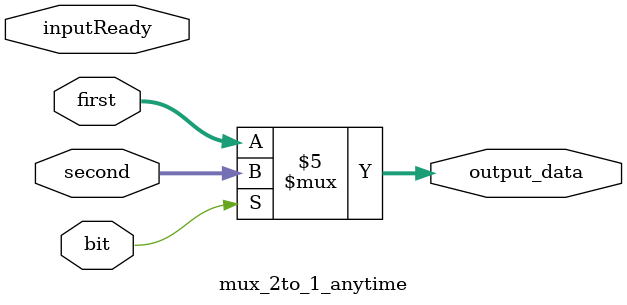
<source format=v>

module mux_2to_1_anytime(inputReady, bit, first, second, output_data);
	input bit;
	input[15:0] first;
	input[15:0] second;
	input inputReady;
	output reg [15:0] output_data;
	
	initial begin
		output_data = 0;
	end
	
	always@(*) begin
		if(bit == 1 ) begin
			output_data <= second;
		end
		else begin
			output_data <= first;
		end
	end
endmodule
</source>
